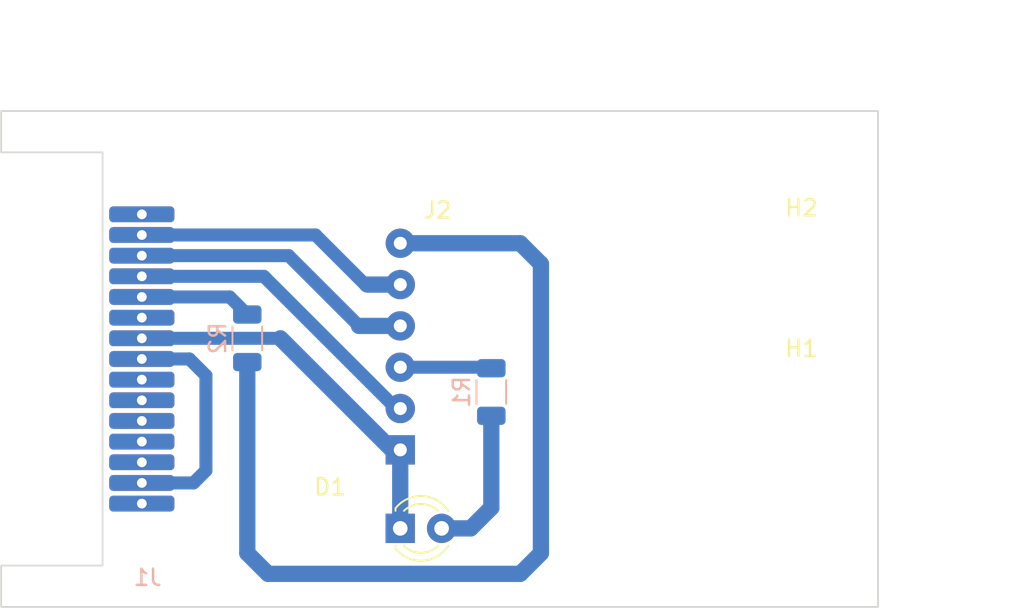
<source format=kicad_pcb>
(kicad_pcb (version 20211014) (generator pcbnew)
  (layers (0 "F.Cu" signal) (31 "B.Cu" signal) (34 "B.Paste" user) (35 "F.Paste" user) (36 "B.SilkS" user "B.Silkscreen") (37 "F.SilkS" user "F.Silkscreen") (38 "B.Mask" user) (39 "F.Mask" user) (44 "Edge.Cuts" user))
  (net 0 "")
  (net 2 "Net-(J1-Pad2)")
  (net 3 "Net-(J1-Pad3)")
  (net 4 "Net-(J1-Pad4)")
  (net 5 "Net-(J1-Pad5)")
  (net 6 "GND")
  (net 7 "Net-(R1-Pad2)")
  (net 15 "Net-(J1-Pad8)")
  (net 16 "Net-(J2-Pad3)")
  (net 17 "Net-(R2-Pad2)")
  (footprint "MountingHole:MountingHole_3.2mm_M3" (layer "F.Cu") (at 166.878 130.556)
    (fp_text reference "H1" (at 0 -4.2) (layer "F.SilkS"))
    (fp_text value "MountingHole")
    (pad "" np_thru_hole circle locked (at 0 0) (size 3.2 3.2) (drill 3.2) (layers *.Cu *.Mask))
  )
  (footprint "custom:FT232RL_6pins" (layer "F.Cu") (at 142.24 132.588 180)
    (fp_text reference "J2" (at -2.286 14.732 unlocked) (layer "F.SilkS"))
    (fp_text value "FT232RL_6pin")
    (pad "1" thru_hole rect (at 0 0 180) (size 1.8 1.8) (drill 0.8) (layers *.Cu *.Mask) (net 6 "GND"))
    (pad "2" thru_hole circle (at 0 2.54 180) (size 1.8 1.8) (drill 0.8) (layers *.Cu *.Mask) (net 4 "Net-(J1-Pad4)"))
    (pad "3" thru_hole circle (at 0 5.08 180) (size 1.8 1.8) (drill 0.8) (layers *.Cu *.Mask) (net 16 "Net-(J2-Pad3)"))
    (pad "4" thru_hole circle (at 0 7.62 180) (size 1.8 1.8) (drill 0.8) (layers *.Cu *.Mask) (net 3 "Net-(J1-Pad3)"))
    (pad "5" thru_hole circle (at 0 10.16 180) (size 1.8 1.8) (drill 0.8) (layers *.Cu *.Mask) (net 2 "Net-(J1-Pad2)"))
    (pad "6" thru_hole circle (at 0 12.7 180) (size 1.8 1.8) (drill 0.8) (layers *.Cu *.Mask) (net 17 "Net-(R2-Pad2)"))
  )
  (footprint "LED_THT:LED_D3.0mm" (layer "F.Cu") (at 142.235 137.414)
    (fp_text reference "D1" (at -4.313 -2.54) (layer "F.SilkS"))
    (fp_text value "LED_Small")
    (fp_line (start -0.29 1.08) (end -0.29 1.236) (layer "F.SilkS") (width 0.12))
    (fp_line (start -0.29 -1.236) (end -0.29 -1.08) (layer "F.SilkS") (width 0.12))
    (fp_arc (start 2.31113 1.079837) (mid 1.270117 1.5) (end 0.229039 1.08) (layer "F.SilkS") (width 0.12))
    (fp_arc (start 2.942335 1.078608) (mid 1.366487 1.987659) (end -0.29 1.235516) (layer "F.SilkS") (width 0.12))
    (fp_arc (start -0.29 -1.235516) (mid 1.366487 -1.987659) (end 2.942335 -1.078608) (layer "F.SilkS") (width 0.12))
    (fp_arc (start 0.229039 -1.08) (mid 1.270117 -1.5) (end 2.31113 -1.079837) (layer "F.SilkS") (width 0.12))
    (pad "1" thru_hole rect locked (at 0 0) (size 1.8 1.8) (drill 0.9) (layers *.Cu *.Mask) (net 6 "GND"))
    (pad "2" thru_hole circle locked (at 2.54 0) (size 1.8 1.8) (drill 0.9) (layers *.Cu *.Mask) (net 7 "Net-(R1-Pad2)"))
  )
  (footprint "MountingHole:MountingHole_3.2mm_M3" (layer "F.Cu") (at 166.878 121.92)
    (fp_text reference "H2" (at 0 -4.2) (layer "F.SilkS"))
    (fp_text value "MountingHole")
    (pad "" np_thru_hole circle locked (at 0 0) (size 3.2 3.2) (drill 3.2) (layers *.Cu *.Mask))
  )
  (footprint "Resistor_SMD:R_1206_3216Metric" (layer "B.Cu") (at 147.828 129.032 -90)
    (fp_text reference "R1" (at 0 1.82 90) (layer "B.SilkS") (effects (justify mirror)))
    (fp_text value "330R")
    (fp_line (start -0.727064 -0.91) (end 0.727064 -0.91) (layer "B.SilkS") (width 0.12))
    (fp_line (start -0.727064 0.91) (end 0.727064 0.91) (layer "B.SilkS") (width 0.12))
    (pad "1" smd roundrect locked (at -1.4625 0 270) (size 1.125 1.75) (layers "B.Cu" "B.Paste" "B.Mask") (roundrect_rratio 0.222222) (net 16 "Net-(J2-Pad3)"))
    (pad "2" smd roundrect locked (at 1.4625 0 270) (size 1.125 1.75) (layers "B.Cu" "B.Paste" "B.Mask") (roundrect_rratio 0.222222) (net 7 "Net-(R1-Pad2)"))
  )
  (footprint "Resistor_SMD:R_1206_3216Metric" (layer "B.Cu") (at 132.842 125.73 -90)
    (fp_text reference "R2" (at 0 1.82 90) (layer "B.SilkS") (effects (justify mirror)))
    (fp_text value "0R")
    (fp_line (start -0.727064 0.91) (end 0.727064 0.91) (layer "B.SilkS") (width 0.12))
    (fp_line (start -0.727064 -0.91) (end 0.727064 -0.91) (layer "B.SilkS") (width 0.12))
    (pad "1" smd roundrect locked (at -1.4625 0 270) (size 1.125 1.75) (layers "B.Cu" "B.Paste" "B.Mask") (roundrect_rratio 0.222222) (net 5 "Net-(J1-Pad5)"))
    (pad "2" smd roundrect locked (at 1.4625 0 270) (size 1.125 1.75) (layers "B.Cu" "B.Paste" "B.Mask") (roundrect_rratio 0.222222) (net 17 "Net-(R2-Pad2)"))
  )
  (footprint "custom:sharp_connector_15pin" (layer "B.Cu") (at 126.365 127 180)
    (fp_text reference "J1" (at -0.3534 -13.4314 unlocked) (layer "B.SilkS") (effects (justify mirror)))
    (fp_text value "sharp_connector_15pin" hide)
    (pad "1" thru_hole roundrect (at 0 8.89 180) (size 4 0.97) (drill 0.6) (layers *.Cu *.Mask))
    (pad "2" thru_hole roundrect (at 0 7.62 180) (size 4 0.97) (drill 0.6) (layers *.Cu *.Mask) (net 2 "Net-(J1-Pad2)"))
    (pad "3" thru_hole roundrect (at 0 6.35 180) (size 4 0.97) (drill 0.6) (layers *.Cu *.Mask) (net 3 "Net-(J1-Pad3)"))
    (pad "4" thru_hole roundrect (at 0 5.08 180) (size 4 0.97) (drill 0.6) (layers *.Cu *.Mask) (net 4 "Net-(J1-Pad4)"))
    (pad "5" thru_hole roundrect (at 0 3.81 180) (size 4 0.97) (drill 0.6) (layers *.Cu *.Mask) (net 5 "Net-(J1-Pad5)"))
    (pad "6" thru_hole roundrect (at 0 2.54 180) (size 4 0.97) (drill 0.6) (layers *.Cu *.Mask))
    (pad "7" thru_hole roundrect (at 0 1.27 180) (size 4 0.97) (drill 0.6) (layers *.Cu *.Mask) (net 6 "GND"))
    (pad "8" thru_hole roundrect (at 0 0 180) (size 4 0.97) (drill 0.6) (layers *.Cu *.Mask) (net 15 "Net-(J1-Pad8)"))
    (pad "9" thru_hole roundrect (at 0 -1.27 180) (size 4 0.97) (drill 0.6) (layers *.Cu *.Mask))
    (pad "10" thru_hole roundrect (at 0 -2.54 180) (size 4 0.97) (drill 0.6) (layers *.Cu *.Mask))
    (pad "11" thru_hole roundrect (at 0 -3.81 180) (size 4 0.97) (drill 0.6) (layers *.Cu *.Mask))
    (pad "12" thru_hole roundrect (at 0 -5.08 180) (size 4 0.97) (drill 0.6) (layers *.Cu *.Mask))
    (pad "13" thru_hole roundrect (at 0 -6.35 180) (size 4 0.97) (drill 0.6) (layers *.Cu *.Mask))
    (pad "14" thru_hole roundrect (at 0 -7.62 180) (size 4 0.97) (drill 0.6) (layers *.Cu *.Mask) (net 15 "Net-(J1-Pad8)"))
    (pad "15" thru_hole roundrect (at 0 -8.89 180) (size 4 0.97) (drill 0.6) (layers *.Cu *.Mask))
  )
  (gr_line (start 123.952 127) (end 123.952 139.7) (layer "Edge.Cuts") (width 0.1))
  (gr_line (start 117.729 114.3) (end 117.729 111.76) (layer "Edge.Cuts") (width 0.1))
  (gr_line (start 117.729 111.76) (end 171.577 111.76) (layer "Edge.Cuts") (width 0.1))
  (gr_line (start 123.952 127) (end 123.952 114.3) (layer "Edge.Cuts") (width 0.1))
  (gr_line (start 117.729 139.7) (end 117.729 142.24) (layer "Edge.Cuts") (width 0.1))
  (gr_line (start 123.952 114.3) (end 117.729 114.3) (layer "Edge.Cuts") (width 0.1))
  (gr_line (start 171.577 111.76) (end 171.577 142.24) (layer "Edge.Cuts") (width 0.1))
  (gr_line (start 123.952 139.7) (end 117.729 139.7) (layer "Edge.Cuts") (width 0.1))
  (gr_line (start 171.577 142.24) (end 117.729 142.24) (layer "Edge.Cuts") (width 0.1))
  (segment (start 140.081 122.428) (end 137.033 119.38) (width 0.8) (layer "B.Cu") (net 2))
  (segment (start 140.208 122.428) (end 140.081 122.428) (width 0.8) (layer "B.Cu") (net 2))
  (segment (start 137.033 119.38) (end 127 119.38) (width 0.8) (layer "B.Cu") (net 2))
  (segment (start 140.208 122.428) (end 142.24 122.428) (width 1) (layer "B.Cu") (net 2))
  (segment (start 139.7 124.968) (end 135.382 120.65) (width 0.8) (layer "B.Cu") (net 3))
  (segment (start 139.7 124.968) (end 142.24 124.968) (width 1) (layer "B.Cu") (net 3))
  (segment (start 135.382 120.65) (end 127 120.65) (width 0.8) (layer "B.Cu") (net 3))
  (segment (start 127 121.92) (end 133.858 121.92) (width 0.8) (layer "B.Cu") (net 4))
  (segment (start 141.986 130.048) (end 142.24 130.048) (width 0.6) (layer "B.Cu") (net 4))
  (segment (start 133.858 121.92) (end 141.986 130.048) (width 0.8) (layer "B.Cu") (net 4))
  (segment (start 131.7645 123.19) (end 132.842 124.2675) (width 0.8) (layer "B.Cu") (net 5))
  (segment (start 127 123.19) (end 131.7645 123.19) (width 0.8) (layer "B.Cu") (net 5))
  (segment (start 134.874 125.73) (end 142.235 133.091) (width 1) (layer "B.Cu") (net 6))
  (segment (start 127 125.73) (end 134.874 125.73) (width 0.8) (layer "B.Cu") (net 6))
  (segment (start 142.235 133.091) (end 142.235 137.414) (width 1) (layer "B.Cu") (net 6))
  (segment (start 147.828 136.144) (end 147.828 130.4945) (width 1) (layer "B.Cu") (net 7))
  (segment (start 144.775 137.414) (end 146.558 137.414) (width 1) (layer "B.Cu") (net 7))
  (segment (start 146.558 137.414) (end 147.828 136.144) (width 1) (layer "B.Cu") (net 7))
  (segment (start 129.54 134.62) (end 130.302 133.858) (width 0.8) (layer "B.Cu") (net 15))
  (segment (start 130.302 133.858) (end 130.302 128.016) (width 0.8) (layer "B.Cu") (net 15))
  (segment (start 130.302 128.016) (end 129.286 127) (width 0.8) (layer "B.Cu") (net 15))
  (segment (start 129.286 127) (end 127 127) (width 0.8) (layer "B.Cu") (net 15))
  (segment (start 127 134.62) (end 129.54 134.62) (width 0.8) (layer "B.Cu") (net 15))
  (segment (start 142.24 127.508) (end 147.7665 127.508) (width 0.8) (layer "B.Cu") (net 16))
  (segment (start 147.7665 127.508) (end 147.828 127.5695) (width 0.6) (layer "B.Cu") (net 16))
  (segment (start 132.842 127.1925) (end 132.842 138.938) (width 1) (layer "B.Cu") (net 17))
  (segment (start 132.842 138.938) (end 134.112 140.208) (width 1) (layer "B.Cu") (net 17))
  (segment (start 134.112 140.208) (end 149.606 140.208) (width 1) (layer "B.Cu") (net 17))
  (segment (start 150.876 121.158) (end 149.606 119.888) (width 1) (layer "B.Cu") (net 17))
  (segment (start 149.606 119.888) (end 142.24 119.888) (width 1) (layer "B.Cu") (net 17))
  (segment (start 149.606 140.208) (end 150.876 138.938) (width 1) (layer "B.Cu") (net 17))
  (segment (start 150.876 138.938) (end 150.876 121.158) (width 1) (layer "B.Cu") (net 17))
)
</source>
